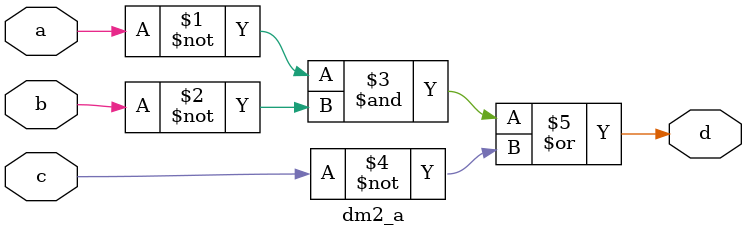
<source format=v>
`timescale 1ns / 1ps

module dm2_a(
    input a, b, c,
    output d
    );

    assign d = (((~a)&(~b))|(~c));

endmodule
</source>
